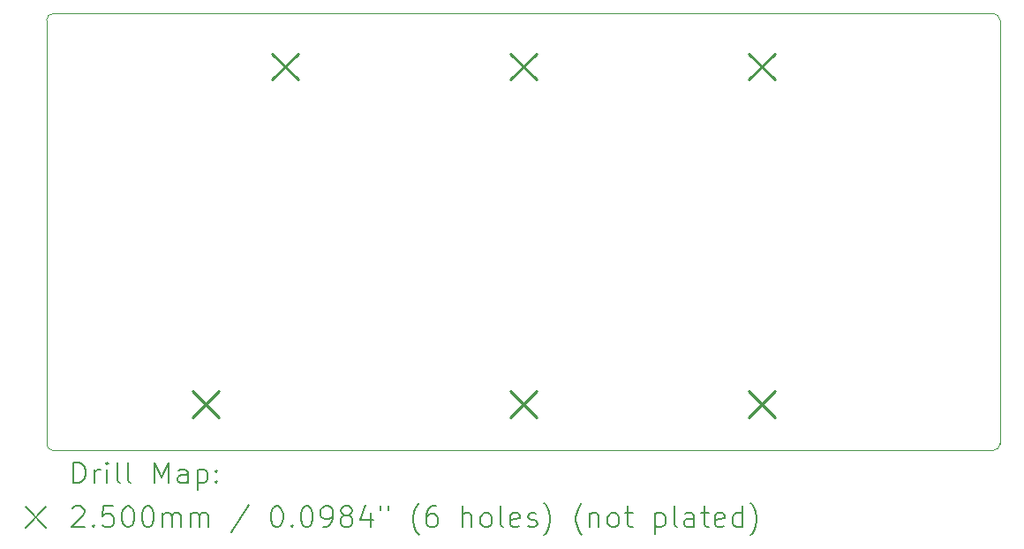
<source format=gbr>
%TF.GenerationSoftware,KiCad,Pcbnew,7.0.11-7.0.11~ubuntu20.04.1*%
%TF.CreationDate,2024-08-17T23:29:17+02:00*%
%TF.ProjectId,kicad-kria-4x-pmod,6b696361-642d-46b7-9269-612d34782d70,1.0*%
%TF.SameCoordinates,Original*%
%TF.FileFunction,Drillmap*%
%TF.FilePolarity,Positive*%
%FSLAX45Y45*%
G04 Gerber Fmt 4.5, Leading zero omitted, Abs format (unit mm)*
G04 Created by KiCad (PCBNEW 7.0.11-7.0.11~ubuntu20.04.1) date 2024-08-17 23:29:17*
%MOMM*%
%LPD*%
G01*
G04 APERTURE LIST*
%ADD10C,0.050000*%
%ADD11C,0.200000*%
%ADD12C,0.250000*%
G04 APERTURE END LIST*
D10*
X17462500Y-8636000D02*
G75*
G03*
X17526000Y-8572500I0J63500D01*
G01*
X8382000Y-8572500D02*
G75*
G03*
X8445500Y-8636000I63500J0D01*
G01*
X8445500Y-4445000D02*
G75*
G03*
X8382000Y-4508500I0J-63500D01*
G01*
X17526000Y-4508500D02*
G75*
G03*
X17462500Y-4445000I-63500J0D01*
G01*
X17526000Y-8572500D02*
X17526000Y-4508500D01*
X8445500Y-8636000D02*
X17462500Y-8636000D01*
X8382000Y-4508500D02*
X8382000Y-8572500D01*
X17462500Y-4445000D02*
X8445500Y-4445000D01*
D11*
D12*
X9781000Y-8066500D02*
X10031000Y-8316500D01*
X10031000Y-8066500D02*
X9781000Y-8316500D01*
X10543000Y-4828000D02*
X10793000Y-5078000D01*
X10793000Y-4828000D02*
X10543000Y-5078000D01*
X12829000Y-4828000D02*
X13079000Y-5078000D01*
X13079000Y-4828000D02*
X12829000Y-5078000D01*
X12829000Y-8066500D02*
X13079000Y-8316500D01*
X13079000Y-8066500D02*
X12829000Y-8316500D01*
X15115000Y-4828000D02*
X15365000Y-5078000D01*
X15365000Y-4828000D02*
X15115000Y-5078000D01*
X15115000Y-8066500D02*
X15365000Y-8316500D01*
X15365000Y-8066500D02*
X15115000Y-8316500D01*
D11*
X8640277Y-8949984D02*
X8640277Y-8749984D01*
X8640277Y-8749984D02*
X8687896Y-8749984D01*
X8687896Y-8749984D02*
X8716467Y-8759508D01*
X8716467Y-8759508D02*
X8735515Y-8778555D01*
X8735515Y-8778555D02*
X8745039Y-8797603D01*
X8745039Y-8797603D02*
X8754563Y-8835698D01*
X8754563Y-8835698D02*
X8754563Y-8864270D01*
X8754563Y-8864270D02*
X8745039Y-8902365D01*
X8745039Y-8902365D02*
X8735515Y-8921412D01*
X8735515Y-8921412D02*
X8716467Y-8940460D01*
X8716467Y-8940460D02*
X8687896Y-8949984D01*
X8687896Y-8949984D02*
X8640277Y-8949984D01*
X8840277Y-8949984D02*
X8840277Y-8816650D01*
X8840277Y-8854746D02*
X8849801Y-8835698D01*
X8849801Y-8835698D02*
X8859324Y-8826174D01*
X8859324Y-8826174D02*
X8878372Y-8816650D01*
X8878372Y-8816650D02*
X8897420Y-8816650D01*
X8964086Y-8949984D02*
X8964086Y-8816650D01*
X8964086Y-8749984D02*
X8954563Y-8759508D01*
X8954563Y-8759508D02*
X8964086Y-8769031D01*
X8964086Y-8769031D02*
X8973610Y-8759508D01*
X8973610Y-8759508D02*
X8964086Y-8749984D01*
X8964086Y-8749984D02*
X8964086Y-8769031D01*
X9087896Y-8949984D02*
X9068848Y-8940460D01*
X9068848Y-8940460D02*
X9059324Y-8921412D01*
X9059324Y-8921412D02*
X9059324Y-8749984D01*
X9192658Y-8949984D02*
X9173610Y-8940460D01*
X9173610Y-8940460D02*
X9164086Y-8921412D01*
X9164086Y-8921412D02*
X9164086Y-8749984D01*
X9421229Y-8949984D02*
X9421229Y-8749984D01*
X9421229Y-8749984D02*
X9487896Y-8892841D01*
X9487896Y-8892841D02*
X9554563Y-8749984D01*
X9554563Y-8749984D02*
X9554563Y-8949984D01*
X9735515Y-8949984D02*
X9735515Y-8845222D01*
X9735515Y-8845222D02*
X9725991Y-8826174D01*
X9725991Y-8826174D02*
X9706944Y-8816650D01*
X9706944Y-8816650D02*
X9668848Y-8816650D01*
X9668848Y-8816650D02*
X9649801Y-8826174D01*
X9735515Y-8940460D02*
X9716467Y-8949984D01*
X9716467Y-8949984D02*
X9668848Y-8949984D01*
X9668848Y-8949984D02*
X9649801Y-8940460D01*
X9649801Y-8940460D02*
X9640277Y-8921412D01*
X9640277Y-8921412D02*
X9640277Y-8902365D01*
X9640277Y-8902365D02*
X9649801Y-8883317D01*
X9649801Y-8883317D02*
X9668848Y-8873793D01*
X9668848Y-8873793D02*
X9716467Y-8873793D01*
X9716467Y-8873793D02*
X9735515Y-8864270D01*
X9830753Y-8816650D02*
X9830753Y-9016650D01*
X9830753Y-8826174D02*
X9849801Y-8816650D01*
X9849801Y-8816650D02*
X9887896Y-8816650D01*
X9887896Y-8816650D02*
X9906944Y-8826174D01*
X9906944Y-8826174D02*
X9916467Y-8835698D01*
X9916467Y-8835698D02*
X9925991Y-8854746D01*
X9925991Y-8854746D02*
X9925991Y-8911889D01*
X9925991Y-8911889D02*
X9916467Y-8930936D01*
X9916467Y-8930936D02*
X9906944Y-8940460D01*
X9906944Y-8940460D02*
X9887896Y-8949984D01*
X9887896Y-8949984D02*
X9849801Y-8949984D01*
X9849801Y-8949984D02*
X9830753Y-8940460D01*
X10011705Y-8930936D02*
X10021229Y-8940460D01*
X10021229Y-8940460D02*
X10011705Y-8949984D01*
X10011705Y-8949984D02*
X10002182Y-8940460D01*
X10002182Y-8940460D02*
X10011705Y-8930936D01*
X10011705Y-8930936D02*
X10011705Y-8949984D01*
X10011705Y-8826174D02*
X10021229Y-8835698D01*
X10021229Y-8835698D02*
X10011705Y-8845222D01*
X10011705Y-8845222D02*
X10002182Y-8835698D01*
X10002182Y-8835698D02*
X10011705Y-8826174D01*
X10011705Y-8826174D02*
X10011705Y-8845222D01*
X8179500Y-9178500D02*
X8379500Y-9378500D01*
X8379500Y-9178500D02*
X8179500Y-9378500D01*
X8630753Y-9189031D02*
X8640277Y-9179508D01*
X8640277Y-9179508D02*
X8659324Y-9169984D01*
X8659324Y-9169984D02*
X8706944Y-9169984D01*
X8706944Y-9169984D02*
X8725991Y-9179508D01*
X8725991Y-9179508D02*
X8735515Y-9189031D01*
X8735515Y-9189031D02*
X8745039Y-9208079D01*
X8745039Y-9208079D02*
X8745039Y-9227127D01*
X8745039Y-9227127D02*
X8735515Y-9255698D01*
X8735515Y-9255698D02*
X8621229Y-9369984D01*
X8621229Y-9369984D02*
X8745039Y-9369984D01*
X8830753Y-9350936D02*
X8840277Y-9360460D01*
X8840277Y-9360460D02*
X8830753Y-9369984D01*
X8830753Y-9369984D02*
X8821229Y-9360460D01*
X8821229Y-9360460D02*
X8830753Y-9350936D01*
X8830753Y-9350936D02*
X8830753Y-9369984D01*
X9021229Y-9169984D02*
X8925991Y-9169984D01*
X8925991Y-9169984D02*
X8916467Y-9265222D01*
X8916467Y-9265222D02*
X8925991Y-9255698D01*
X8925991Y-9255698D02*
X8945039Y-9246174D01*
X8945039Y-9246174D02*
X8992658Y-9246174D01*
X8992658Y-9246174D02*
X9011705Y-9255698D01*
X9011705Y-9255698D02*
X9021229Y-9265222D01*
X9021229Y-9265222D02*
X9030753Y-9284270D01*
X9030753Y-9284270D02*
X9030753Y-9331889D01*
X9030753Y-9331889D02*
X9021229Y-9350936D01*
X9021229Y-9350936D02*
X9011705Y-9360460D01*
X9011705Y-9360460D02*
X8992658Y-9369984D01*
X8992658Y-9369984D02*
X8945039Y-9369984D01*
X8945039Y-9369984D02*
X8925991Y-9360460D01*
X8925991Y-9360460D02*
X8916467Y-9350936D01*
X9154563Y-9169984D02*
X9173610Y-9169984D01*
X9173610Y-9169984D02*
X9192658Y-9179508D01*
X9192658Y-9179508D02*
X9202182Y-9189031D01*
X9202182Y-9189031D02*
X9211705Y-9208079D01*
X9211705Y-9208079D02*
X9221229Y-9246174D01*
X9221229Y-9246174D02*
X9221229Y-9293793D01*
X9221229Y-9293793D02*
X9211705Y-9331889D01*
X9211705Y-9331889D02*
X9202182Y-9350936D01*
X9202182Y-9350936D02*
X9192658Y-9360460D01*
X9192658Y-9360460D02*
X9173610Y-9369984D01*
X9173610Y-9369984D02*
X9154563Y-9369984D01*
X9154563Y-9369984D02*
X9135515Y-9360460D01*
X9135515Y-9360460D02*
X9125991Y-9350936D01*
X9125991Y-9350936D02*
X9116467Y-9331889D01*
X9116467Y-9331889D02*
X9106944Y-9293793D01*
X9106944Y-9293793D02*
X9106944Y-9246174D01*
X9106944Y-9246174D02*
X9116467Y-9208079D01*
X9116467Y-9208079D02*
X9125991Y-9189031D01*
X9125991Y-9189031D02*
X9135515Y-9179508D01*
X9135515Y-9179508D02*
X9154563Y-9169984D01*
X9345039Y-9169984D02*
X9364086Y-9169984D01*
X9364086Y-9169984D02*
X9383134Y-9179508D01*
X9383134Y-9179508D02*
X9392658Y-9189031D01*
X9392658Y-9189031D02*
X9402182Y-9208079D01*
X9402182Y-9208079D02*
X9411705Y-9246174D01*
X9411705Y-9246174D02*
X9411705Y-9293793D01*
X9411705Y-9293793D02*
X9402182Y-9331889D01*
X9402182Y-9331889D02*
X9392658Y-9350936D01*
X9392658Y-9350936D02*
X9383134Y-9360460D01*
X9383134Y-9360460D02*
X9364086Y-9369984D01*
X9364086Y-9369984D02*
X9345039Y-9369984D01*
X9345039Y-9369984D02*
X9325991Y-9360460D01*
X9325991Y-9360460D02*
X9316467Y-9350936D01*
X9316467Y-9350936D02*
X9306944Y-9331889D01*
X9306944Y-9331889D02*
X9297420Y-9293793D01*
X9297420Y-9293793D02*
X9297420Y-9246174D01*
X9297420Y-9246174D02*
X9306944Y-9208079D01*
X9306944Y-9208079D02*
X9316467Y-9189031D01*
X9316467Y-9189031D02*
X9325991Y-9179508D01*
X9325991Y-9179508D02*
X9345039Y-9169984D01*
X9497420Y-9369984D02*
X9497420Y-9236650D01*
X9497420Y-9255698D02*
X9506944Y-9246174D01*
X9506944Y-9246174D02*
X9525991Y-9236650D01*
X9525991Y-9236650D02*
X9554563Y-9236650D01*
X9554563Y-9236650D02*
X9573610Y-9246174D01*
X9573610Y-9246174D02*
X9583134Y-9265222D01*
X9583134Y-9265222D02*
X9583134Y-9369984D01*
X9583134Y-9265222D02*
X9592658Y-9246174D01*
X9592658Y-9246174D02*
X9611705Y-9236650D01*
X9611705Y-9236650D02*
X9640277Y-9236650D01*
X9640277Y-9236650D02*
X9659325Y-9246174D01*
X9659325Y-9246174D02*
X9668848Y-9265222D01*
X9668848Y-9265222D02*
X9668848Y-9369984D01*
X9764086Y-9369984D02*
X9764086Y-9236650D01*
X9764086Y-9255698D02*
X9773610Y-9246174D01*
X9773610Y-9246174D02*
X9792658Y-9236650D01*
X9792658Y-9236650D02*
X9821229Y-9236650D01*
X9821229Y-9236650D02*
X9840277Y-9246174D01*
X9840277Y-9246174D02*
X9849801Y-9265222D01*
X9849801Y-9265222D02*
X9849801Y-9369984D01*
X9849801Y-9265222D02*
X9859325Y-9246174D01*
X9859325Y-9246174D02*
X9878372Y-9236650D01*
X9878372Y-9236650D02*
X9906944Y-9236650D01*
X9906944Y-9236650D02*
X9925991Y-9246174D01*
X9925991Y-9246174D02*
X9935515Y-9265222D01*
X9935515Y-9265222D02*
X9935515Y-9369984D01*
X10325991Y-9160460D02*
X10154563Y-9417603D01*
X10583134Y-9169984D02*
X10602182Y-9169984D01*
X10602182Y-9169984D02*
X10621229Y-9179508D01*
X10621229Y-9179508D02*
X10630753Y-9189031D01*
X10630753Y-9189031D02*
X10640277Y-9208079D01*
X10640277Y-9208079D02*
X10649801Y-9246174D01*
X10649801Y-9246174D02*
X10649801Y-9293793D01*
X10649801Y-9293793D02*
X10640277Y-9331889D01*
X10640277Y-9331889D02*
X10630753Y-9350936D01*
X10630753Y-9350936D02*
X10621229Y-9360460D01*
X10621229Y-9360460D02*
X10602182Y-9369984D01*
X10602182Y-9369984D02*
X10583134Y-9369984D01*
X10583134Y-9369984D02*
X10564087Y-9360460D01*
X10564087Y-9360460D02*
X10554563Y-9350936D01*
X10554563Y-9350936D02*
X10545039Y-9331889D01*
X10545039Y-9331889D02*
X10535515Y-9293793D01*
X10535515Y-9293793D02*
X10535515Y-9246174D01*
X10535515Y-9246174D02*
X10545039Y-9208079D01*
X10545039Y-9208079D02*
X10554563Y-9189031D01*
X10554563Y-9189031D02*
X10564087Y-9179508D01*
X10564087Y-9179508D02*
X10583134Y-9169984D01*
X10735515Y-9350936D02*
X10745039Y-9360460D01*
X10745039Y-9360460D02*
X10735515Y-9369984D01*
X10735515Y-9369984D02*
X10725991Y-9360460D01*
X10725991Y-9360460D02*
X10735515Y-9350936D01*
X10735515Y-9350936D02*
X10735515Y-9369984D01*
X10868848Y-9169984D02*
X10887896Y-9169984D01*
X10887896Y-9169984D02*
X10906944Y-9179508D01*
X10906944Y-9179508D02*
X10916468Y-9189031D01*
X10916468Y-9189031D02*
X10925991Y-9208079D01*
X10925991Y-9208079D02*
X10935515Y-9246174D01*
X10935515Y-9246174D02*
X10935515Y-9293793D01*
X10935515Y-9293793D02*
X10925991Y-9331889D01*
X10925991Y-9331889D02*
X10916468Y-9350936D01*
X10916468Y-9350936D02*
X10906944Y-9360460D01*
X10906944Y-9360460D02*
X10887896Y-9369984D01*
X10887896Y-9369984D02*
X10868848Y-9369984D01*
X10868848Y-9369984D02*
X10849801Y-9360460D01*
X10849801Y-9360460D02*
X10840277Y-9350936D01*
X10840277Y-9350936D02*
X10830753Y-9331889D01*
X10830753Y-9331889D02*
X10821229Y-9293793D01*
X10821229Y-9293793D02*
X10821229Y-9246174D01*
X10821229Y-9246174D02*
X10830753Y-9208079D01*
X10830753Y-9208079D02*
X10840277Y-9189031D01*
X10840277Y-9189031D02*
X10849801Y-9179508D01*
X10849801Y-9179508D02*
X10868848Y-9169984D01*
X11030753Y-9369984D02*
X11068848Y-9369984D01*
X11068848Y-9369984D02*
X11087896Y-9360460D01*
X11087896Y-9360460D02*
X11097420Y-9350936D01*
X11097420Y-9350936D02*
X11116468Y-9322365D01*
X11116468Y-9322365D02*
X11125991Y-9284270D01*
X11125991Y-9284270D02*
X11125991Y-9208079D01*
X11125991Y-9208079D02*
X11116468Y-9189031D01*
X11116468Y-9189031D02*
X11106944Y-9179508D01*
X11106944Y-9179508D02*
X11087896Y-9169984D01*
X11087896Y-9169984D02*
X11049801Y-9169984D01*
X11049801Y-9169984D02*
X11030753Y-9179508D01*
X11030753Y-9179508D02*
X11021229Y-9189031D01*
X11021229Y-9189031D02*
X11011706Y-9208079D01*
X11011706Y-9208079D02*
X11011706Y-9255698D01*
X11011706Y-9255698D02*
X11021229Y-9274746D01*
X11021229Y-9274746D02*
X11030753Y-9284270D01*
X11030753Y-9284270D02*
X11049801Y-9293793D01*
X11049801Y-9293793D02*
X11087896Y-9293793D01*
X11087896Y-9293793D02*
X11106944Y-9284270D01*
X11106944Y-9284270D02*
X11116468Y-9274746D01*
X11116468Y-9274746D02*
X11125991Y-9255698D01*
X11240277Y-9255698D02*
X11221229Y-9246174D01*
X11221229Y-9246174D02*
X11211706Y-9236650D01*
X11211706Y-9236650D02*
X11202182Y-9217603D01*
X11202182Y-9217603D02*
X11202182Y-9208079D01*
X11202182Y-9208079D02*
X11211706Y-9189031D01*
X11211706Y-9189031D02*
X11221229Y-9179508D01*
X11221229Y-9179508D02*
X11240277Y-9169984D01*
X11240277Y-9169984D02*
X11278372Y-9169984D01*
X11278372Y-9169984D02*
X11297420Y-9179508D01*
X11297420Y-9179508D02*
X11306944Y-9189031D01*
X11306944Y-9189031D02*
X11316467Y-9208079D01*
X11316467Y-9208079D02*
X11316467Y-9217603D01*
X11316467Y-9217603D02*
X11306944Y-9236650D01*
X11306944Y-9236650D02*
X11297420Y-9246174D01*
X11297420Y-9246174D02*
X11278372Y-9255698D01*
X11278372Y-9255698D02*
X11240277Y-9255698D01*
X11240277Y-9255698D02*
X11221229Y-9265222D01*
X11221229Y-9265222D02*
X11211706Y-9274746D01*
X11211706Y-9274746D02*
X11202182Y-9293793D01*
X11202182Y-9293793D02*
X11202182Y-9331889D01*
X11202182Y-9331889D02*
X11211706Y-9350936D01*
X11211706Y-9350936D02*
X11221229Y-9360460D01*
X11221229Y-9360460D02*
X11240277Y-9369984D01*
X11240277Y-9369984D02*
X11278372Y-9369984D01*
X11278372Y-9369984D02*
X11297420Y-9360460D01*
X11297420Y-9360460D02*
X11306944Y-9350936D01*
X11306944Y-9350936D02*
X11316467Y-9331889D01*
X11316467Y-9331889D02*
X11316467Y-9293793D01*
X11316467Y-9293793D02*
X11306944Y-9274746D01*
X11306944Y-9274746D02*
X11297420Y-9265222D01*
X11297420Y-9265222D02*
X11278372Y-9255698D01*
X11487896Y-9236650D02*
X11487896Y-9369984D01*
X11440277Y-9160460D02*
X11392658Y-9303317D01*
X11392658Y-9303317D02*
X11516467Y-9303317D01*
X11583134Y-9169984D02*
X11583134Y-9208079D01*
X11659325Y-9169984D02*
X11659325Y-9208079D01*
X11954563Y-9446174D02*
X11945039Y-9436650D01*
X11945039Y-9436650D02*
X11925991Y-9408079D01*
X11925991Y-9408079D02*
X11916468Y-9389031D01*
X11916468Y-9389031D02*
X11906944Y-9360460D01*
X11906944Y-9360460D02*
X11897420Y-9312841D01*
X11897420Y-9312841D02*
X11897420Y-9274746D01*
X11897420Y-9274746D02*
X11906944Y-9227127D01*
X11906944Y-9227127D02*
X11916468Y-9198555D01*
X11916468Y-9198555D02*
X11925991Y-9179508D01*
X11925991Y-9179508D02*
X11945039Y-9150936D01*
X11945039Y-9150936D02*
X11954563Y-9141412D01*
X12116468Y-9169984D02*
X12078372Y-9169984D01*
X12078372Y-9169984D02*
X12059325Y-9179508D01*
X12059325Y-9179508D02*
X12049801Y-9189031D01*
X12049801Y-9189031D02*
X12030753Y-9217603D01*
X12030753Y-9217603D02*
X12021229Y-9255698D01*
X12021229Y-9255698D02*
X12021229Y-9331889D01*
X12021229Y-9331889D02*
X12030753Y-9350936D01*
X12030753Y-9350936D02*
X12040277Y-9360460D01*
X12040277Y-9360460D02*
X12059325Y-9369984D01*
X12059325Y-9369984D02*
X12097420Y-9369984D01*
X12097420Y-9369984D02*
X12116468Y-9360460D01*
X12116468Y-9360460D02*
X12125991Y-9350936D01*
X12125991Y-9350936D02*
X12135515Y-9331889D01*
X12135515Y-9331889D02*
X12135515Y-9284270D01*
X12135515Y-9284270D02*
X12125991Y-9265222D01*
X12125991Y-9265222D02*
X12116468Y-9255698D01*
X12116468Y-9255698D02*
X12097420Y-9246174D01*
X12097420Y-9246174D02*
X12059325Y-9246174D01*
X12059325Y-9246174D02*
X12040277Y-9255698D01*
X12040277Y-9255698D02*
X12030753Y-9265222D01*
X12030753Y-9265222D02*
X12021229Y-9284270D01*
X12373610Y-9369984D02*
X12373610Y-9169984D01*
X12459325Y-9369984D02*
X12459325Y-9265222D01*
X12459325Y-9265222D02*
X12449801Y-9246174D01*
X12449801Y-9246174D02*
X12430753Y-9236650D01*
X12430753Y-9236650D02*
X12402182Y-9236650D01*
X12402182Y-9236650D02*
X12383134Y-9246174D01*
X12383134Y-9246174D02*
X12373610Y-9255698D01*
X12583134Y-9369984D02*
X12564087Y-9360460D01*
X12564087Y-9360460D02*
X12554563Y-9350936D01*
X12554563Y-9350936D02*
X12545039Y-9331889D01*
X12545039Y-9331889D02*
X12545039Y-9274746D01*
X12545039Y-9274746D02*
X12554563Y-9255698D01*
X12554563Y-9255698D02*
X12564087Y-9246174D01*
X12564087Y-9246174D02*
X12583134Y-9236650D01*
X12583134Y-9236650D02*
X12611706Y-9236650D01*
X12611706Y-9236650D02*
X12630753Y-9246174D01*
X12630753Y-9246174D02*
X12640277Y-9255698D01*
X12640277Y-9255698D02*
X12649801Y-9274746D01*
X12649801Y-9274746D02*
X12649801Y-9331889D01*
X12649801Y-9331889D02*
X12640277Y-9350936D01*
X12640277Y-9350936D02*
X12630753Y-9360460D01*
X12630753Y-9360460D02*
X12611706Y-9369984D01*
X12611706Y-9369984D02*
X12583134Y-9369984D01*
X12764087Y-9369984D02*
X12745039Y-9360460D01*
X12745039Y-9360460D02*
X12735515Y-9341412D01*
X12735515Y-9341412D02*
X12735515Y-9169984D01*
X12916468Y-9360460D02*
X12897420Y-9369984D01*
X12897420Y-9369984D02*
X12859325Y-9369984D01*
X12859325Y-9369984D02*
X12840277Y-9360460D01*
X12840277Y-9360460D02*
X12830753Y-9341412D01*
X12830753Y-9341412D02*
X12830753Y-9265222D01*
X12830753Y-9265222D02*
X12840277Y-9246174D01*
X12840277Y-9246174D02*
X12859325Y-9236650D01*
X12859325Y-9236650D02*
X12897420Y-9236650D01*
X12897420Y-9236650D02*
X12916468Y-9246174D01*
X12916468Y-9246174D02*
X12925991Y-9265222D01*
X12925991Y-9265222D02*
X12925991Y-9284270D01*
X12925991Y-9284270D02*
X12830753Y-9303317D01*
X13002182Y-9360460D02*
X13021230Y-9369984D01*
X13021230Y-9369984D02*
X13059325Y-9369984D01*
X13059325Y-9369984D02*
X13078372Y-9360460D01*
X13078372Y-9360460D02*
X13087896Y-9341412D01*
X13087896Y-9341412D02*
X13087896Y-9331889D01*
X13087896Y-9331889D02*
X13078372Y-9312841D01*
X13078372Y-9312841D02*
X13059325Y-9303317D01*
X13059325Y-9303317D02*
X13030753Y-9303317D01*
X13030753Y-9303317D02*
X13011706Y-9293793D01*
X13011706Y-9293793D02*
X13002182Y-9274746D01*
X13002182Y-9274746D02*
X13002182Y-9265222D01*
X13002182Y-9265222D02*
X13011706Y-9246174D01*
X13011706Y-9246174D02*
X13030753Y-9236650D01*
X13030753Y-9236650D02*
X13059325Y-9236650D01*
X13059325Y-9236650D02*
X13078372Y-9246174D01*
X13154563Y-9446174D02*
X13164087Y-9436650D01*
X13164087Y-9436650D02*
X13183134Y-9408079D01*
X13183134Y-9408079D02*
X13192658Y-9389031D01*
X13192658Y-9389031D02*
X13202182Y-9360460D01*
X13202182Y-9360460D02*
X13211706Y-9312841D01*
X13211706Y-9312841D02*
X13211706Y-9274746D01*
X13211706Y-9274746D02*
X13202182Y-9227127D01*
X13202182Y-9227127D02*
X13192658Y-9198555D01*
X13192658Y-9198555D02*
X13183134Y-9179508D01*
X13183134Y-9179508D02*
X13164087Y-9150936D01*
X13164087Y-9150936D02*
X13154563Y-9141412D01*
X13516468Y-9446174D02*
X13506944Y-9436650D01*
X13506944Y-9436650D02*
X13487896Y-9408079D01*
X13487896Y-9408079D02*
X13478372Y-9389031D01*
X13478372Y-9389031D02*
X13468849Y-9360460D01*
X13468849Y-9360460D02*
X13459325Y-9312841D01*
X13459325Y-9312841D02*
X13459325Y-9274746D01*
X13459325Y-9274746D02*
X13468849Y-9227127D01*
X13468849Y-9227127D02*
X13478372Y-9198555D01*
X13478372Y-9198555D02*
X13487896Y-9179508D01*
X13487896Y-9179508D02*
X13506944Y-9150936D01*
X13506944Y-9150936D02*
X13516468Y-9141412D01*
X13592658Y-9236650D02*
X13592658Y-9369984D01*
X13592658Y-9255698D02*
X13602182Y-9246174D01*
X13602182Y-9246174D02*
X13621230Y-9236650D01*
X13621230Y-9236650D02*
X13649801Y-9236650D01*
X13649801Y-9236650D02*
X13668849Y-9246174D01*
X13668849Y-9246174D02*
X13678372Y-9265222D01*
X13678372Y-9265222D02*
X13678372Y-9369984D01*
X13802182Y-9369984D02*
X13783134Y-9360460D01*
X13783134Y-9360460D02*
X13773611Y-9350936D01*
X13773611Y-9350936D02*
X13764087Y-9331889D01*
X13764087Y-9331889D02*
X13764087Y-9274746D01*
X13764087Y-9274746D02*
X13773611Y-9255698D01*
X13773611Y-9255698D02*
X13783134Y-9246174D01*
X13783134Y-9246174D02*
X13802182Y-9236650D01*
X13802182Y-9236650D02*
X13830753Y-9236650D01*
X13830753Y-9236650D02*
X13849801Y-9246174D01*
X13849801Y-9246174D02*
X13859325Y-9255698D01*
X13859325Y-9255698D02*
X13868849Y-9274746D01*
X13868849Y-9274746D02*
X13868849Y-9331889D01*
X13868849Y-9331889D02*
X13859325Y-9350936D01*
X13859325Y-9350936D02*
X13849801Y-9360460D01*
X13849801Y-9360460D02*
X13830753Y-9369984D01*
X13830753Y-9369984D02*
X13802182Y-9369984D01*
X13925992Y-9236650D02*
X14002182Y-9236650D01*
X13954563Y-9169984D02*
X13954563Y-9341412D01*
X13954563Y-9341412D02*
X13964087Y-9360460D01*
X13964087Y-9360460D02*
X13983134Y-9369984D01*
X13983134Y-9369984D02*
X14002182Y-9369984D01*
X14221230Y-9236650D02*
X14221230Y-9436650D01*
X14221230Y-9246174D02*
X14240277Y-9236650D01*
X14240277Y-9236650D02*
X14278373Y-9236650D01*
X14278373Y-9236650D02*
X14297420Y-9246174D01*
X14297420Y-9246174D02*
X14306944Y-9255698D01*
X14306944Y-9255698D02*
X14316468Y-9274746D01*
X14316468Y-9274746D02*
X14316468Y-9331889D01*
X14316468Y-9331889D02*
X14306944Y-9350936D01*
X14306944Y-9350936D02*
X14297420Y-9360460D01*
X14297420Y-9360460D02*
X14278373Y-9369984D01*
X14278373Y-9369984D02*
X14240277Y-9369984D01*
X14240277Y-9369984D02*
X14221230Y-9360460D01*
X14430753Y-9369984D02*
X14411706Y-9360460D01*
X14411706Y-9360460D02*
X14402182Y-9341412D01*
X14402182Y-9341412D02*
X14402182Y-9169984D01*
X14592658Y-9369984D02*
X14592658Y-9265222D01*
X14592658Y-9265222D02*
X14583134Y-9246174D01*
X14583134Y-9246174D02*
X14564087Y-9236650D01*
X14564087Y-9236650D02*
X14525992Y-9236650D01*
X14525992Y-9236650D02*
X14506944Y-9246174D01*
X14592658Y-9360460D02*
X14573611Y-9369984D01*
X14573611Y-9369984D02*
X14525992Y-9369984D01*
X14525992Y-9369984D02*
X14506944Y-9360460D01*
X14506944Y-9360460D02*
X14497420Y-9341412D01*
X14497420Y-9341412D02*
X14497420Y-9322365D01*
X14497420Y-9322365D02*
X14506944Y-9303317D01*
X14506944Y-9303317D02*
X14525992Y-9293793D01*
X14525992Y-9293793D02*
X14573611Y-9293793D01*
X14573611Y-9293793D02*
X14592658Y-9284270D01*
X14659325Y-9236650D02*
X14735515Y-9236650D01*
X14687896Y-9169984D02*
X14687896Y-9341412D01*
X14687896Y-9341412D02*
X14697420Y-9360460D01*
X14697420Y-9360460D02*
X14716468Y-9369984D01*
X14716468Y-9369984D02*
X14735515Y-9369984D01*
X14878373Y-9360460D02*
X14859325Y-9369984D01*
X14859325Y-9369984D02*
X14821230Y-9369984D01*
X14821230Y-9369984D02*
X14802182Y-9360460D01*
X14802182Y-9360460D02*
X14792658Y-9341412D01*
X14792658Y-9341412D02*
X14792658Y-9265222D01*
X14792658Y-9265222D02*
X14802182Y-9246174D01*
X14802182Y-9246174D02*
X14821230Y-9236650D01*
X14821230Y-9236650D02*
X14859325Y-9236650D01*
X14859325Y-9236650D02*
X14878373Y-9246174D01*
X14878373Y-9246174D02*
X14887896Y-9265222D01*
X14887896Y-9265222D02*
X14887896Y-9284270D01*
X14887896Y-9284270D02*
X14792658Y-9303317D01*
X15059325Y-9369984D02*
X15059325Y-9169984D01*
X15059325Y-9360460D02*
X15040277Y-9369984D01*
X15040277Y-9369984D02*
X15002182Y-9369984D01*
X15002182Y-9369984D02*
X14983134Y-9360460D01*
X14983134Y-9360460D02*
X14973611Y-9350936D01*
X14973611Y-9350936D02*
X14964087Y-9331889D01*
X14964087Y-9331889D02*
X14964087Y-9274746D01*
X14964087Y-9274746D02*
X14973611Y-9255698D01*
X14973611Y-9255698D02*
X14983134Y-9246174D01*
X14983134Y-9246174D02*
X15002182Y-9236650D01*
X15002182Y-9236650D02*
X15040277Y-9236650D01*
X15040277Y-9236650D02*
X15059325Y-9246174D01*
X15135515Y-9446174D02*
X15145039Y-9436650D01*
X15145039Y-9436650D02*
X15164087Y-9408079D01*
X15164087Y-9408079D02*
X15173611Y-9389031D01*
X15173611Y-9389031D02*
X15183134Y-9360460D01*
X15183134Y-9360460D02*
X15192658Y-9312841D01*
X15192658Y-9312841D02*
X15192658Y-9274746D01*
X15192658Y-9274746D02*
X15183134Y-9227127D01*
X15183134Y-9227127D02*
X15173611Y-9198555D01*
X15173611Y-9198555D02*
X15164087Y-9179508D01*
X15164087Y-9179508D02*
X15145039Y-9150936D01*
X15145039Y-9150936D02*
X15135515Y-9141412D01*
M02*

</source>
